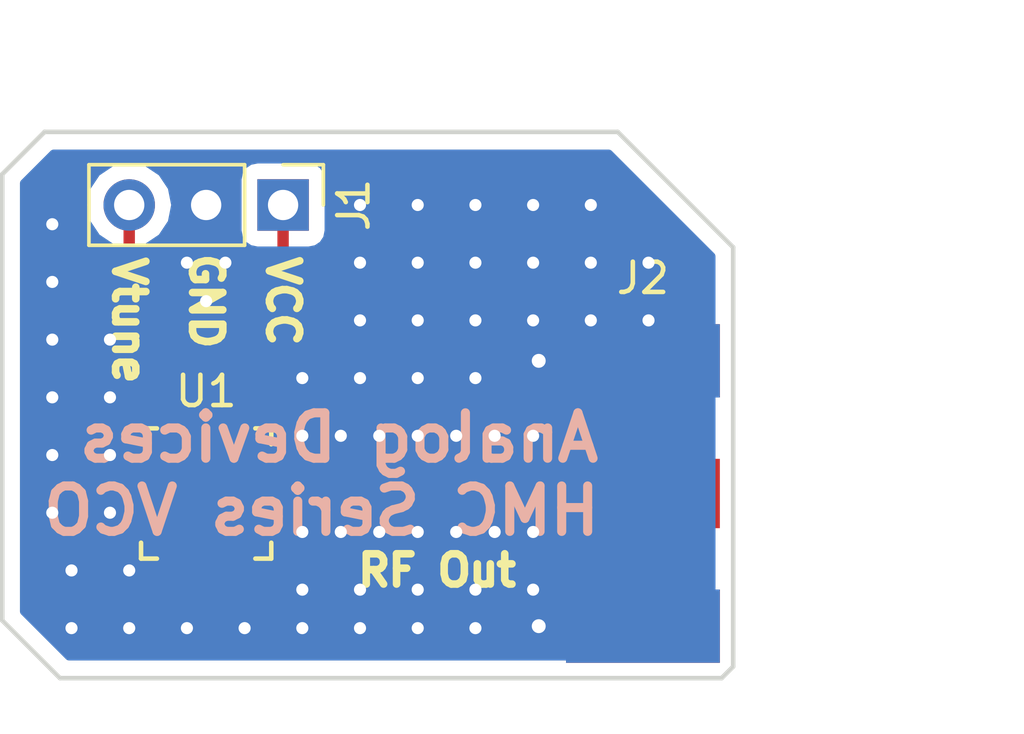
<source format=kicad_pcb>
(kicad_pcb (version 20171130) (host pcbnew "(5.0.2)-1")

  (general
    (thickness 1.6)
    (drawings 14)
    (tracks 143)
    (zones 0)
    (modules 3)
    (nets 5)
  )

  (page A4)
  (layers
    (0 F.Cu signal)
    (1 In1.Cu signal)
    (2 In2.Cu signal)
    (31 B.Cu signal)
    (32 B.Adhes user)
    (33 F.Adhes user)
    (34 B.Paste user)
    (35 F.Paste user)
    (36 B.SilkS user)
    (37 F.SilkS user)
    (38 B.Mask user)
    (39 F.Mask user hide)
    (40 Dwgs.User user)
    (41 Cmts.User user)
    (42 Eco1.User user)
    (43 Eco2.User user)
    (44 Edge.Cuts user)
    (45 Margin user)
    (46 B.CrtYd user)
    (47 F.CrtYd user)
    (48 B.Fab user)
    (49 F.Fab user)
  )

  (setup
    (last_trace_width 0.25)
    (user_trace_width 0.3756)
    (trace_clearance 0.1)
    (zone_clearance 0.508)
    (zone_45_only no)
    (trace_min 0.2)
    (segment_width 0.2)
    (edge_width 0.15)
    (via_size 0.8)
    (via_drill 0.4)
    (via_min_size 0.4)
    (via_min_drill 0.3)
    (uvia_size 0.3)
    (uvia_drill 0.1)
    (uvias_allowed no)
    (uvia_min_size 0.2)
    (uvia_min_drill 0.1)
    (pcb_text_width 0.3)
    (pcb_text_size 1.5 1.5)
    (mod_edge_width 0.15)
    (mod_text_size 1 1)
    (mod_text_width 0.15)
    (pad_size 0.85 0.3)
    (pad_drill 0)
    (pad_to_mask_clearance 0.051)
    (solder_mask_min_width 0.25)
    (aux_axis_origin 0 0)
    (visible_elements 7FFFFFFF)
    (pcbplotparams
      (layerselection 0x010fc_ffffffff)
      (usegerberextensions false)
      (usegerberattributes false)
      (usegerberadvancedattributes false)
      (creategerberjobfile false)
      (excludeedgelayer true)
      (linewidth 0.100000)
      (plotframeref false)
      (viasonmask false)
      (mode 1)
      (useauxorigin false)
      (hpglpennumber 1)
      (hpglpenspeed 20)
      (hpglpendiameter 15.000000)
      (psnegative false)
      (psa4output false)
      (plotreference true)
      (plotvalue true)
      (plotinvisibletext false)
      (padsonsilk false)
      (subtractmaskfromsilk false)
      (outputformat 1)
      (mirror false)
      (drillshape 1)
      (scaleselection 1)
      (outputdirectory ""))
  )

  (net 0 "")
  (net 1 "Net-(J1-Pad3)")
  (net 2 "Net-(J1-Pad2)")
  (net 3 "Net-(J1-Pad1)")
  (net 4 "Net-(J2-Pad1)")

  (net_class Default "This is the default net class."
    (clearance 0.1)
    (trace_width 0.25)
    (via_dia 0.8)
    (via_drill 0.4)
    (uvia_dia 0.3)
    (uvia_drill 0.1)
    (add_net "Net-(J1-Pad1)")
    (add_net "Net-(J1-Pad2)")
    (add_net "Net-(J1-Pad3)")
    (add_net "Net-(J2-Pad1)")
  )

  (module Socket_Strips:Socket_Strip_Straight_1x03_Pitch2.54mm (layer F.Cu) (tedit 58CD5446) (tstamp 5CE9FEDE)
    (at 137.795 94.615 270)
    (descr "Through hole straight socket strip, 1x03, 2.54mm pitch, single row")
    (tags "Through hole socket strip THT 1x03 2.54mm single row")
    (path /5CE983AE)
    (fp_text reference J1 (at 0 -2.33 270) (layer F.SilkS)
      (effects (font (size 1 1) (thickness 0.15)))
    )
    (fp_text value Conn_01x03_Male (at 0 7.41 270) (layer F.Fab)
      (effects (font (size 1 1) (thickness 0.15)))
    )
    (fp_text user %R (at 0 -2.33 270) (layer F.Fab)
      (effects (font (size 1 1) (thickness 0.15)))
    )
    (fp_line (start 1.8 -1.8) (end -1.8 -1.8) (layer F.CrtYd) (width 0.05))
    (fp_line (start 1.8 6.85) (end 1.8 -1.8) (layer F.CrtYd) (width 0.05))
    (fp_line (start -1.8 6.85) (end 1.8 6.85) (layer F.CrtYd) (width 0.05))
    (fp_line (start -1.8 -1.8) (end -1.8 6.85) (layer F.CrtYd) (width 0.05))
    (fp_line (start -1.33 -1.33) (end 0 -1.33) (layer F.SilkS) (width 0.12))
    (fp_line (start -1.33 0) (end -1.33 -1.33) (layer F.SilkS) (width 0.12))
    (fp_line (start 1.33 1.27) (end -1.33 1.27) (layer F.SilkS) (width 0.12))
    (fp_line (start 1.33 6.41) (end 1.33 1.27) (layer F.SilkS) (width 0.12))
    (fp_line (start -1.33 6.41) (end 1.33 6.41) (layer F.SilkS) (width 0.12))
    (fp_line (start -1.33 1.27) (end -1.33 6.41) (layer F.SilkS) (width 0.12))
    (fp_line (start 1.27 -1.27) (end -1.27 -1.27) (layer F.Fab) (width 0.1))
    (fp_line (start 1.27 6.35) (end 1.27 -1.27) (layer F.Fab) (width 0.1))
    (fp_line (start -1.27 6.35) (end 1.27 6.35) (layer F.Fab) (width 0.1))
    (fp_line (start -1.27 -1.27) (end -1.27 6.35) (layer F.Fab) (width 0.1))
    (pad 3 thru_hole oval (at 0 5.08 270) (size 1.7 1.7) (drill 1) (layers *.Cu *.Mask)
      (net 1 "Net-(J1-Pad3)"))
    (pad 2 thru_hole oval (at 0 2.54 270) (size 1.7 1.7) (drill 1) (layers *.Cu *.Mask)
      (net 2 "Net-(J1-Pad2)"))
    (pad 1 thru_hole rect (at 0 0 270) (size 1.7 1.7) (drill 1) (layers *.Cu *.Mask)
      (net 3 "Net-(J1-Pad1)"))
    (model ${KISYS3DMOD}/Socket_Strips.3dshapes/Socket_Strip_Straight_1x03_Pitch2.54mm.wrl
      (offset (xyz 0 -2.539999961853027 0))
      (scale (xyz 1 1 1))
      (rotate (xyz 0 0 270))
    )
  )

  (module Connectors_Molex:Molex_SMA_Jack_Edge_Mount (layer F.Cu) (tedit 587D2992) (tstamp 5CE9FF03)
    (at 147.955 104.14 180)
    (descr "Molex SMA Jack, Edge Mount, http://www.molex.com/pdm_docs/sd/732511150_sd.pdf")
    (tags "sma edge")
    (path /5CE9831F)
    (attr smd)
    (fp_text reference J2 (at -1.72 7.11 180) (layer F.SilkS)
      (effects (font (size 1 1) (thickness 0.15)))
    )
    (fp_text value Conn_Coaxial (at -1.72 -7.11 180) (layer F.Fab)
      (effects (font (size 1 1) (thickness 0.15)))
    )
    (fp_line (start -5.91 4.76) (end 0.49 4.76) (layer F.Fab) (width 0.1))
    (fp_line (start -5.91 -4.76) (end -5.91 4.76) (layer F.Fab) (width 0.1))
    (fp_line (start 0.49 -4.76) (end -5.91 -4.76) (layer F.Fab) (width 0.1))
    (fp_line (start -4.76 -3.75) (end -4.76 3.75) (layer F.Fab) (width 0.1))
    (fp_line (start -13.79 2.65) (end -5.91 2.65) (layer F.Fab) (width 0.1))
    (fp_line (start -13.79 -2.65) (end -13.79 2.65) (layer F.Fab) (width 0.1))
    (fp_line (start -13.79 -2.65) (end -5.91 -2.65) (layer F.Fab) (width 0.1))
    (fp_line (start -4.76 3.75) (end 0.49 3.75) (layer F.Fab) (width 0.1))
    (fp_line (start -4.76 -3.75) (end 0.49 -3.75) (layer F.Fab) (width 0.1))
    (fp_line (start 2.71 -6.09) (end -14.29 -6.09) (layer F.CrtYd) (width 0.05))
    (fp_line (start 2.71 -6.09) (end 2.71 6.09) (layer F.CrtYd) (width 0.05))
    (fp_line (start -14.29 6.09) (end 2.71 6.09) (layer B.CrtYd) (width 0.05))
    (fp_line (start -14.29 -6.09) (end -14.29 6.09) (layer B.CrtYd) (width 0.05))
    (fp_line (start -14.29 -6.09) (end 2.71 -6.09) (layer B.CrtYd) (width 0.05))
    (fp_line (start 2.71 -6.09) (end 2.71 6.09) (layer B.CrtYd) (width 0.05))
    (fp_line (start -14.29 6.09) (end 2.71 6.09) (layer F.CrtYd) (width 0.05))
    (fp_line (start -14.29 -6.09) (end -14.29 6.09) (layer F.CrtYd) (width 0.05))
    (fp_line (start 0.49 -4.76) (end 0.49 -3.75) (layer F.Fab) (width 0.1))
    (fp_line (start 0.49 3.75) (end 0.49 4.76) (layer F.Fab) (width 0.1))
    (fp_line (start 0.49 -0.38) (end 0.49 0.38) (layer F.Fab) (width 0.1))
    (fp_line (start -4.76 0.38) (end 0.49 0.38) (layer F.Fab) (width 0.1))
    (fp_line (start -4.76 -0.38) (end 0.49 -0.38) (layer F.Fab) (width 0.1))
    (pad 2 smd rect (at 1.27 4.38 180) (size 0.89 0.46) (layers B.Cu)
      (net 2 "Net-(J1-Pad2)"))
    (pad 2 smd rect (at 1.27 -4.38 180) (size 0.89 0.46) (layers B.Cu)
      (net 2 "Net-(J1-Pad2)"))
    (pad 2 smd rect (at 1.27 4.38 180) (size 0.89 0.46) (layers F.Cu)
      (net 2 "Net-(J1-Pad2)"))
    (pad 2 smd rect (at 1.27 -4.38 180) (size 0.89 0.46) (layers F.Cu)
      (net 2 "Net-(J1-Pad2)"))
    (pad 2 thru_hole circle (at 1.72 4.38 180) (size 0.97 0.97) (drill 0.46) (layers *.Cu)
      (net 2 "Net-(J1-Pad2)"))
    (pad 2 thru_hole circle (at 1.72 -4.38 180) (size 0.97 0.97) (drill 0.46) (layers *.Cu)
      (net 2 "Net-(J1-Pad2)"))
    (pad 2 smd rect (at -1.72 4.38 180) (size 5.08 2.42) (layers B.Cu B.Paste B.Mask)
      (net 2 "Net-(J1-Pad2)"))
    (pad 2 smd rect (at -1.72 -4.38 180) (size 5.08 2.42) (layers B.Cu B.Paste B.Mask)
      (net 2 "Net-(J1-Pad2)"))
    (pad 2 smd rect (at -1.72 4.38 180) (size 5.08 2.42) (layers F.Cu F.Paste F.Mask)
      (net 2 "Net-(J1-Pad2)"))
    (pad 2 smd rect (at -1.72 -4.38 180) (size 5.08 2.42) (layers F.Cu F.Paste F.Mask)
      (net 2 "Net-(J1-Pad2)"))
    (pad 1 smd rect (at -1.72 0 180) (size 5.08 2.29) (layers F.Cu F.Paste F.Mask)
      (net 4 "Net-(J2-Pad1)"))
    (model ${KISYS3DMOD}/Connectors_Molex.3dshapes/Molex_SMA_Jack_Edge_Mount.wrl
      (at (xyz 0 0 0))
      (scale (xyz 1 1 1))
      (rotate (xyz 0 0 0))
    )
  )

  (module Housings_DFN_QFN:QFN-24-1EP_4x4mm_Pitch0.5mm (layer F.Cu) (tedit 5CE986D1) (tstamp 5CEA760B)
    (at 135.255 104.14)
    (descr "24-Lead Plastic Quad Flat, No Lead Package (MJ) - 4x4x0.9 mm Body [QFN]; (see Microchip Packaging Specification 00000049BS.pdf)")
    (tags "QFN 0.5")
    (path /5CE98270)
    (attr smd)
    (fp_text reference U1 (at 0 -3.375) (layer F.SilkS)
      (effects (font (size 1 1) (thickness 0.15)))
    )
    (fp_text value HMC431 (at 0 3.375) (layer F.Fab)
      (effects (font (size 1 1) (thickness 0.15)))
    )
    (fp_line (start 2.15 -2.15) (end 1.625 -2.15) (layer F.SilkS) (width 0.15))
    (fp_line (start 2.15 2.15) (end 1.625 2.15) (layer F.SilkS) (width 0.15))
    (fp_line (start -2.15 2.15) (end -1.625 2.15) (layer F.SilkS) (width 0.15))
    (fp_line (start -2.15 -2.15) (end -1.625 -2.15) (layer F.SilkS) (width 0.15))
    (fp_line (start 2.15 2.15) (end 2.15 1.625) (layer F.SilkS) (width 0.15))
    (fp_line (start -2.15 2.15) (end -2.15 1.625) (layer F.SilkS) (width 0.15))
    (fp_line (start 2.15 -2.15) (end 2.15 -1.625) (layer F.SilkS) (width 0.15))
    (fp_line (start -2.65 2.65) (end 2.65 2.65) (layer F.CrtYd) (width 0.05))
    (fp_line (start -2.65 -2.65) (end 2.65 -2.65) (layer F.CrtYd) (width 0.05))
    (fp_line (start 2.65 -2.65) (end 2.65 2.65) (layer F.CrtYd) (width 0.05))
    (fp_line (start -2.65 -2.65) (end -2.65 2.65) (layer F.CrtYd) (width 0.05))
    (fp_line (start -2 -1) (end -1 -2) (layer F.Fab) (width 0.15))
    (fp_line (start -2 2) (end -2 -1) (layer F.Fab) (width 0.15))
    (fp_line (start 2 2) (end -2 2) (layer F.Fab) (width 0.15))
    (fp_line (start 2 -2) (end 2 2) (layer F.Fab) (width 0.15))
    (fp_line (start -1 -2) (end 2 -2) (layer F.Fab) (width 0.15))
    (pad 25 smd rect (at -0.65 -0.65) (size 1.3 1.3) (layers F.Cu F.Paste F.Mask)
      (net 2 "Net-(J1-Pad2)") (solder_paste_margin_ratio -0.2))
    (pad 25 smd rect (at -0.65 0.65) (size 1.3 1.3) (layers F.Cu F.Paste F.Mask)
      (net 2 "Net-(J1-Pad2)") (solder_paste_margin_ratio -0.2))
    (pad 25 smd rect (at 0.65 -0.65) (size 1.3 1.3) (layers F.Cu F.Paste F.Mask)
      (net 2 "Net-(J1-Pad2)") (solder_paste_margin_ratio -0.2))
    (pad 25 smd rect (at 0.65 0.65) (size 1.3 1.3) (layers F.Cu F.Paste F.Mask)
      (net 2 "Net-(J1-Pad2)") (solder_paste_margin_ratio -0.2))
    (pad 24 smd rect (at -1.25 -1.95 90) (size 0.85 0.3) (layers F.Cu F.Paste F.Mask)
      (net 2 "Net-(J1-Pad2)"))
    (pad 23 smd rect (at -0.75 -1.95 90) (size 0.85 0.3) (layers F.Cu F.Paste F.Mask)
      (net 2 "Net-(J1-Pad2)"))
    (pad 22 smd rect (at -0.25 -1.95 90) (size 0.85 0.3) (layers F.Cu F.Paste F.Mask)
      (net 1 "Net-(J1-Pad3)"))
    (pad 21 smd rect (at 0.25 -1.95 90) (size 0.85 0.3) (layers F.Cu F.Paste F.Mask)
      (net 2 "Net-(J1-Pad2)"))
    (pad 20 smd rect (at 0.75 -1.95 90) (size 0.85 0.3) (layers F.Cu F.Paste F.Mask)
      (net 3 "Net-(J1-Pad1)"))
    (pad 19 smd rect (at 1.25 -1.95 90) (size 0.85 0.3) (layers F.Cu F.Paste F.Mask)
      (net 2 "Net-(J1-Pad2)"))
    (pad 18 smd rect (at 1.95 -1.25) (size 0.85 0.3) (layers F.Cu F.Paste F.Mask)
      (net 2 "Net-(J1-Pad2)"))
    (pad 17 smd rect (at 1.95 -0.75) (size 0.85 0.3) (layers F.Cu F.Paste F.Mask)
      (net 2 "Net-(J1-Pad2)"))
    (pad 16 smd rect (at 1.95 -0.25) (size 0.85 0.3) (layers F.Cu F.Paste F.Mask)
      (net 4 "Net-(J2-Pad1)"))
    (pad 15 smd rect (at 1.95 0.25) (size 0.85 0.3) (layers F.Cu F.Paste F.Mask)
      (net 2 "Net-(J1-Pad2)"))
    (pad 14 smd rect (at 1.95 0.75) (size 0.85 0.3) (layers F.Cu F.Paste F.Mask)
      (net 2 "Net-(J1-Pad2)"))
    (pad 13 smd rect (at 1.95 1.25) (size 0.85 0.3) (layers F.Cu F.Paste F.Mask)
      (net 2 "Net-(J1-Pad2)"))
    (pad 12 smd rect (at 1.25 1.95 90) (size 0.85 0.3) (layers F.Cu F.Paste F.Mask)
      (net 2 "Net-(J1-Pad2)"))
    (pad 11 smd rect (at 0.75 1.95 90) (size 0.85 0.3) (layers F.Cu F.Paste F.Mask)
      (net 2 "Net-(J1-Pad2)"))
    (pad 10 smd rect (at 0.25 1.95 90) (size 0.85 0.3) (layers F.Cu F.Paste F.Mask)
      (net 2 "Net-(J1-Pad2)"))
    (pad 9 smd rect (at -0.25 1.95 90) (size 0.85 0.3) (layers F.Cu F.Paste F.Mask)
      (net 2 "Net-(J1-Pad2)"))
    (pad 8 smd rect (at -0.75 1.95 90) (size 0.85 0.3) (layers F.Cu F.Paste F.Mask)
      (net 2 "Net-(J1-Pad2)"))
    (pad 7 smd rect (at -1.25 1.95 90) (size 0.85 0.3) (layers F.Cu F.Paste F.Mask)
      (net 2 "Net-(J1-Pad2)"))
    (pad 6 smd rect (at -1.95 1.25) (size 0.85 0.3) (layers F.Cu F.Paste F.Mask)
      (net 2 "Net-(J1-Pad2)"))
    (pad 5 smd rect (at -1.95 0.75) (size 0.85 0.3) (layers F.Cu F.Paste F.Mask)
      (net 2 "Net-(J1-Pad2)"))
    (pad 4 smd rect (at -1.95 0.25) (size 0.85 0.3) (layers F.Cu F.Paste F.Mask)
      (net 2 "Net-(J1-Pad2)"))
    (pad 3 smd rect (at -1.95 -0.25) (size 0.85 0.3) (layers F.Cu F.Paste F.Mask)
      (net 2 "Net-(J1-Pad2)"))
    (pad 2 smd rect (at -1.95 -0.75) (size 0.85 0.3) (layers F.Cu F.Paste F.Mask)
      (net 2 "Net-(J1-Pad2)"))
    (pad 1 smd rect (at -1.95 -1.25) (size 0.85 0.3) (layers F.Cu F.Paste F.Mask)
      (net 2 "Net-(J1-Pad2)"))
    (model ${KISYS3DMOD}/Housings_DFN_QFN.3dshapes/QFN-24-1EP_4x4mm_Pitch0.5mm.wrl
      (at (xyz 0 0 0))
      (scale (xyz 1 1 1))
      (rotate (xyz 0 0 0))
    )
  )

  (gr_text "RF Out" (at 142.875 106.68) (layer F.SilkS)
    (effects (font (size 1 1) (thickness 0.25)))
  )
  (gr_text "Vtune\n" (at 132.715 98.425 270) (layer F.SilkS)
    (effects (font (size 1 1) (thickness 0.25)))
  )
  (gr_text "GND\n" (at 135.255 97.79 270) (layer F.SilkS)
    (effects (font (size 1 1) (thickness 0.25)))
  )
  (gr_text VCC (at 137.795 97.79 270) (layer F.SilkS)
    (effects (font (size 1 1) (thickness 0.25)))
  )
  (gr_text "Analog Devices \nHMC Series VCO" (at 139.065 103.505) (layer B.SilkS)
    (effects (font (size 1.5 1.5) (thickness 0.3)) (justify mirror))
  )
  (gr_line (start 130.429 110.236) (end 130.175 109.982) (layer Edge.Cuts) (width 0.15))
  (gr_line (start 152.273 110.236) (end 130.429 110.236) (layer Edge.Cuts) (width 0.15))
  (gr_line (start 152.654 109.855) (end 152.273 110.236) (layer Edge.Cuts) (width 0.15))
  (gr_line (start 128.524 108.331) (end 130.175 109.982) (layer Edge.Cuts) (width 0.15))
  (gr_line (start 128.524 93.599) (end 128.524 108.331) (layer Edge.Cuts) (width 0.15))
  (gr_line (start 129.921 92.202) (end 128.524 93.599) (layer Edge.Cuts) (width 0.15))
  (gr_line (start 148.844 92.202) (end 129.921 92.202) (layer Edge.Cuts) (width 0.15))
  (gr_line (start 152.654 96.012) (end 148.844 92.202) (layer Edge.Cuts) (width 0.15))
  (gr_line (start 152.654 109.855) (end 152.654 96.012) (layer Edge.Cuts) (width 0.15))

  (segment (start 132.715 94.615) (end 132.715 97.409) (width 0.3756) (layer F.Cu) (net 1))
  (segment (start 135.005 99.699) (end 135.005 102.19) (width 0.3756) (layer F.Cu) (net 1))
  (segment (start 132.715 97.409) (end 135.005 99.699) (width 0.3756) (layer F.Cu) (net 1))
  (segment (start 137.541 101.473) (end 137.414 101.473) (width 0.3756) (layer F.Cu) (net 2))
  (segment (start 137.205 102.89) (end 137.205 103.39) (width 0.3756) (layer F.Cu) (net 2))
  (segment (start 135.905 103.49) (end 136.005 103.39) (width 0.3756) (layer F.Cu) (net 2))
  (segment (start 137.205 104.89) (end 137.205 104.39) (width 0.3756) (layer F.Cu) (net 2))
  (segment (start 137.205 104.39) (end 136.91 104.39) (width 0.3756) (layer F.Cu) (net 2))
  (segment (start 137.205 104.39) (end 137.037 104.39) (width 0.3756) (layer F.Cu) (net 2))
  (segment (start 137.205 104.39) (end 136.529 104.39) (width 0.3756) (layer F.Cu) (net 2))
  (segment (start 137.0306 102.19) (end 137.1126 102.108) (width 0.3756) (layer F.Cu) (net 2))
  (segment (start 136.505 102.19) (end 137.0306 102.19) (width 0.3756) (layer F.Cu) (net 2))
  (segment (start 135.505 103.09) (end 135.905 103.49) (width 0.3756) (layer F.Cu) (net 2))
  (segment (start 135.505 102.19) (end 135.505 103.09) (width 0.3756) (layer F.Cu) (net 2))
  (segment (start 134.005 102.19) (end 134.505 102.19) (width 0.3756) (layer F.Cu) (net 2))
  (segment (start 134.505 103.39) (end 134.605 103.49) (width 0.3756) (layer F.Cu) (net 2))
  (segment (start 134.505 102.19) (end 134.505 103.39) (width 0.3756) (layer F.Cu) (net 2))
  (segment (start 137.205 102.89) (end 136.886 102.89) (width 0.3756) (layer F.Cu) (net 2))
  (segment (start 136.505 102.89) (end 135.905 103.49) (width 0.3756) (layer F.Cu) (net 2))
  (segment (start 137.025 102.89) (end 136.525 103.39) (width 0.3756) (layer F.Cu) (net 2))
  (segment (start 137.205 102.89) (end 137.025 102.89) (width 0.3756) (layer F.Cu) (net 2))
  (segment (start 136.005 103.39) (end 136.525 103.39) (width 0.3756) (layer F.Cu) (net 2))
  (segment (start 137.205 103.218) (end 137.033 103.39) (width 0.3756) (layer F.Cu) (net 2))
  (segment (start 137.205 102.89) (end 137.205 103.218) (width 0.3756) (layer F.Cu) (net 2))
  (segment (start 136.525 103.39) (end 137.033 103.39) (width 0.3756) (layer F.Cu) (net 2))
  (segment (start 137.033 103.39) (end 137.205 103.39) (width 0.3756) (layer F.Cu) (net 2))
  (segment (start 137.0306 102.19) (end 136.931 102.19) (width 0.3756) (layer F.Cu) (net 2))
  (segment (start 136.505 102.19) (end 136.505 102.616) (width 0.3756) (layer F.Cu) (net 2))
  (segment (start 136.505 102.616) (end 136.505 102.89) (width 0.3756) (layer F.Cu) (net 2))
  (segment (start 136.759 102.87) (end 136.779 102.89) (width 0.3756) (layer F.Cu) (net 2))
  (segment (start 136.759 102.362) (end 136.759 102.87) (width 0.3756) (layer F.Cu) (net 2))
  (segment (start 136.779 102.89) (end 136.505 102.89) (width 0.3756) (layer F.Cu) (net 2))
  (segment (start 137.205 102.89) (end 136.779 102.89) (width 0.3756) (layer F.Cu) (net 2))
  (segment (start 136.759 102.362) (end 136.505 102.616) (width 0.3756) (layer F.Cu) (net 2))
  (segment (start 136.931 102.19) (end 136.759 102.362) (width 0.3756) (layer F.Cu) (net 2))
  (segment (start 137.205 104.39) (end 137.164 104.39) (width 0.3756) (layer F.Cu) (net 2))
  (segment (start 136.383 104.79) (end 135.905 104.79) (width 0.3756) (layer F.Cu) (net 2))
  (segment (start 136.783 104.39) (end 136.383 104.79) (width 0.3756) (layer F.Cu) (net 2))
  (segment (start 137.205 104.39) (end 136.783 104.39) (width 0.3756) (layer F.Cu) (net 2))
  (segment (start 137.164 104.39) (end 136.779 104.775) (width 0.3756) (layer F.Cu) (net 2))
  (segment (start 137.205 104.8644) (end 137.205 105.39) (width 0.3756) (layer F.Cu) (net 2))
  (segment (start 137.1156 104.775) (end 137.205 104.8644) (width 0.3756) (layer F.Cu) (net 2))
  (segment (start 136.779 104.775) (end 137.1156 104.775) (width 0.3756) (layer F.Cu) (net 2))
  (segment (start 136.505 102.001) (end 136.652 101.854) (width 0.3756) (layer F.Cu) (net 2))
  (segment (start 136.505 102.19) (end 136.57 102.19) (width 0.3756) (layer F.Cu) (net 2))
  (segment (start 136.505 102.19) (end 136.697 102.19) (width 0.3756) (layer F.Cu) (net 2))
  (segment (start 136.697 102.698) (end 135.905 103.49) (width 0.3756) (layer F.Cu) (net 2))
  (segment (start 136.697 102.19) (end 137.254609 101.632391) (width 0.3756) (layer F.Cu) (net 2))
  (segment (start 137.254609 101.632391) (end 136.697 102.698) (width 0.3756) (layer F.Cu) (net 2))
  (segment (start 133.58 102.89) (end 133.305 102.89) (width 0.3756) (layer F.Cu) (net 2))
  (segment (start 134.12 102.35) (end 133.58 102.89) (width 0.3756) (layer F.Cu) (net 2))
  (segment (start 134.505 102.35) (end 134.12 102.35) (width 0.3756) (layer F.Cu) (net 2))
  (segment (start 134.505 102.35) (end 134.239 102.616) (width 0.3756) (layer F.Cu) (net 2))
  (segment (start 134.505 102.19) (end 134.505 102.35) (width 0.3756) (layer F.Cu) (net 2))
  (segment (start 134.239 102.616) (end 133.858 102.997) (width 0.3756) (layer F.Cu) (net 2))
  (segment (start 134.239 103.124) (end 134.605 103.49) (width 0.3756) (layer F.Cu) (net 2))
  (segment (start 134.239 102.616) (end 134.239 103.124) (width 0.3756) (layer F.Cu) (net 2))
  (segment (start 136.505 102.19) (end 136.505 102.001) (width 0.3756) (layer F.Cu) (net 2))
  (segment (start 136.873609 101.632391) (end 137.254609 101.632391) (width 0.3756) (layer F.Cu) (net 2))
  (segment (start 136.505 102.001) (end 136.873609 101.632391) (width 0.3756) (layer F.Cu) (net 2))
  (segment (start 137.205 104.39) (end 137.664 104.39) (width 0.3756) (layer F.Cu) (net 2))
  (segment (start 137.664 104.39) (end 137.668 104.394) (width 0.3756) (layer F.Cu) (net 2))
  (segment (start 137.553 105.39) (end 137.205 105.39) (width 0.3756) (layer F.Cu) (net 2))
  (segment (start 137.664 105.279) (end 137.553 105.39) (width 0.3756) (layer F.Cu) (net 2))
  (segment (start 137.279 104.39) (end 137.664 104.775) (width 0.3756) (layer F.Cu) (net 2))
  (segment (start 137.205 104.39) (end 137.279 104.39) (width 0.3756) (layer F.Cu) (net 2))
  (segment (start 137.664 104.39) (end 137.664 104.775) (width 0.3756) (layer F.Cu) (net 2))
  (segment (start 137.664 104.775) (end 137.664 105.279) (width 0.3756) (layer F.Cu) (net 2))
  (segment (start 137.205 103.39) (end 137.656 103.39) (width 0.3756) (layer F.Cu) (net 2))
  (segment (start 137.656 102.985) (end 137.541 102.87) (width 0.3756) (layer F.Cu) (net 2))
  (segment (start 137.541 102.87) (end 137.541 101.473) (width 0.3756) (layer F.Cu) (net 2))
  (segment (start 137.562 103.218) (end 137.656 103.124) (width 0.3756) (layer F.Cu) (net 2))
  (segment (start 137.205 103.218) (end 137.562 103.218) (width 0.3756) (layer F.Cu) (net 2))
  (segment (start 137.656 103.39) (end 137.656 103.124) (width 0.3756) (layer F.Cu) (net 2))
  (segment (start 137.656 103.124) (end 137.656 102.985) (width 0.3756) (layer F.Cu) (net 2))
  (via (at 140.335 94.615) (size 0.8) (drill 0.4) (layers F.Cu B.Cu) (net 2))
  (via (at 142.24 94.615) (size 0.8) (drill 0.4) (layers F.Cu B.Cu) (net 2))
  (via (at 144.145 94.615) (size 0.8) (drill 0.4) (layers F.Cu B.Cu) (net 2))
  (via (at 146.05 94.615) (size 0.8) (drill 0.4) (layers F.Cu B.Cu) (net 2))
  (via (at 147.955 94.615) (size 0.8) (drill 0.4) (layers F.Cu B.Cu) (net 2))
  (via (at 147.955 96.52) (size 0.8) (drill 0.4) (layers F.Cu B.Cu) (net 2))
  (via (at 146.05 96.52) (size 0.8) (drill 0.4) (layers F.Cu B.Cu) (net 2))
  (via (at 144.145 96.52) (size 0.8) (drill 0.4) (layers F.Cu B.Cu) (net 2))
  (via (at 142.24 96.52) (size 0.8) (drill 0.4) (layers F.Cu B.Cu) (net 2))
  (via (at 140.335 96.52) (size 0.8) (drill 0.4) (layers F.Cu B.Cu) (net 2))
  (via (at 140.335 98.425) (size 0.8) (drill 0.4) (layers F.Cu B.Cu) (net 2))
  (via (at 142.24 98.425) (size 0.8) (drill 0.4) (layers F.Cu B.Cu) (net 2))
  (via (at 144.145 98.425) (size 0.8) (drill 0.4) (layers F.Cu B.Cu) (net 2))
  (via (at 146.05 98.425) (size 0.8) (drill 0.4) (layers F.Cu B.Cu) (net 2))
  (via (at 147.955 98.425) (size 0.8) (drill 0.4) (layers F.Cu B.Cu) (net 2))
  (via (at 149.86 96.52) (size 0.8) (drill 0.4) (layers F.Cu B.Cu) (net 2))
  (via (at 149.86 98.425) (size 0.8) (drill 0.4) (layers F.Cu B.Cu) (net 2))
  (via (at 140.335 100.33) (size 0.8) (drill 0.4) (layers F.Cu B.Cu) (net 2))
  (via (at 138.43 100.33) (size 0.8) (drill 0.4) (layers F.Cu B.Cu) (net 2))
  (via (at 142.24 100.33) (size 0.8) (drill 0.4) (layers F.Cu B.Cu) (net 2))
  (via (at 144.145 100.33) (size 0.8) (drill 0.4) (layers F.Cu B.Cu) (net 2))
  (via (at 146.05 102.235) (size 0.8) (drill 0.4) (layers F.Cu B.Cu) (net 2))
  (via (at 144.78 102.235) (size 0.8) (drill 0.4) (layers F.Cu B.Cu) (net 2))
  (via (at 143.51 102.235) (size 0.8) (drill 0.4) (layers F.Cu B.Cu) (net 2))
  (via (at 142.24 102.235) (size 0.8) (drill 0.4) (layers F.Cu B.Cu) (net 2))
  (via (at 140.97 102.235) (size 0.8) (drill 0.4) (layers F.Cu B.Cu) (net 2))
  (via (at 139.7 102.235) (size 0.8) (drill 0.4) (layers F.Cu B.Cu) (net 2))
  (via (at 138.43 102.235) (size 0.8) (drill 0.4) (layers F.Cu B.Cu) (net 2))
  (via (at 134.62 96.52) (size 0.8) (drill 0.4) (layers F.Cu B.Cu) (net 2))
  (via (at 135.89 96.52) (size 0.8) (drill 0.4) (layers F.Cu B.Cu) (net 2))
  (via (at 135.255 97.79) (size 0.8) (drill 0.4) (layers F.Cu B.Cu) (net 2))
  (via (at 138.43 105.41) (size 0.8) (drill 0.4) (layers F.Cu B.Cu) (net 2))
  (via (at 139.7 105.41) (size 0.8) (drill 0.4) (layers F.Cu B.Cu) (net 2))
  (via (at 140.97 105.41) (size 0.8) (drill 0.4) (layers F.Cu B.Cu) (net 2))
  (via (at 142.24 105.41) (size 0.8) (drill 0.4) (layers F.Cu B.Cu) (net 2))
  (via (at 143.51 105.41) (size 0.8) (drill 0.4) (layers F.Cu B.Cu) (net 2))
  (via (at 144.78 105.41) (size 0.8) (drill 0.4) (layers F.Cu B.Cu) (net 2))
  (via (at 146.05 105.41) (size 0.8) (drill 0.4) (layers F.Cu B.Cu) (net 2))
  (via (at 138.43 107.315) (size 0.8) (drill 0.4) (layers F.Cu B.Cu) (net 2))
  (via (at 140.335 107.315) (size 0.8) (drill 0.4) (layers F.Cu B.Cu) (net 2))
  (via (at 142.24 107.315) (size 0.8) (drill 0.4) (layers F.Cu B.Cu) (net 2))
  (via (at 144.145 107.315) (size 0.8) (drill 0.4) (layers F.Cu B.Cu) (net 2))
  (via (at 146.05 107.315) (size 0.8) (drill 0.4) (layers F.Cu B.Cu) (net 2))
  (via (at 136.525 108.585) (size 0.8) (drill 0.4) (layers F.Cu B.Cu) (net 2))
  (via (at 134.62 108.585) (size 0.8) (drill 0.4) (layers F.Cu B.Cu) (net 2))
  (via (at 132.715 108.585) (size 0.8) (drill 0.4) (layers F.Cu B.Cu) (net 2))
  (via (at 130.81 108.585) (size 0.8) (drill 0.4) (layers F.Cu B.Cu) (net 2))
  (via (at 130.81 106.68) (size 0.8) (drill 0.4) (layers F.Cu B.Cu) (net 2))
  (via (at 132.715 106.68) (size 0.8) (drill 0.4) (layers F.Cu B.Cu) (net 2))
  (via (at 130.175 104.775) (size 0.8) (drill 0.4) (layers F.Cu B.Cu) (net 2))
  (via (at 132.08 104.775) (size 0.8) (drill 0.4) (layers F.Cu B.Cu) (net 2))
  (via (at 132.08 102.87) (size 0.8) (drill 0.4) (layers F.Cu B.Cu) (net 2))
  (via (at 130.175 102.87) (size 0.8) (drill 0.4) (layers F.Cu B.Cu) (net 2))
  (via (at 130.175 100.965) (size 0.8) (drill 0.4) (layers F.Cu B.Cu) (net 2))
  (via (at 132.08 100.965) (size 0.8) (drill 0.4) (layers F.Cu B.Cu) (net 2))
  (via (at 132.08 99.06) (size 0.8) (drill 0.4) (layers F.Cu B.Cu) (net 2))
  (via (at 130.175 99.06) (size 0.8) (drill 0.4) (layers F.Cu B.Cu) (net 2))
  (via (at 130.175 97.155) (size 0.8) (drill 0.4) (layers F.Cu B.Cu) (net 2))
  (via (at 130.175 95.25) (size 0.8) (drill 0.4) (layers F.Cu B.Cu) (net 2))
  (via (at 140.335 108.585) (size 0.8) (drill 0.4) (layers F.Cu B.Cu) (net 2))
  (via (at 138.43 108.585) (size 0.8) (drill 0.4) (layers F.Cu B.Cu) (net 2))
  (via (at 142.24 108.585) (size 0.8) (drill 0.4) (layers F.Cu B.Cu) (net 2))
  (via (at 144.145 108.585) (size 0.8) (drill 0.4) (layers F.Cu B.Cu) (net 2))
  (segment (start 137.795 94.615) (end 137.795 98.171) (width 0.3756) (layer F.Cu) (net 3))
  (segment (start 136.005 99.961) (end 136.005 102.19) (width 0.3756) (layer F.Cu) (net 3))
  (segment (start 137.795 98.171) (end 136.005 99.961) (width 0.3756) (layer F.Cu) (net 3))
  (segment (start 149.425 103.89) (end 149.675 104.14) (width 0.3756) (layer F.Cu) (net 4))
  (segment (start 137.205 103.89) (end 149.425 103.89) (width 0.3756) (layer F.Cu) (net 4))

  (zone (net 2) (net_name "Net-(J1-Pad2)") (layer F.Cu) (tstamp 0) (hatch edge 0.508)
    (connect_pads yes (clearance 0.6))
    (min_thickness 0.254)
    (fill yes (arc_segments 16) (thermal_gap 0.508) (thermal_bridge_width 0.508))
    (polygon
      (pts
        (xy 130.429 110.236) (xy 152.273 110.236) (xy 152.654 109.855) (xy 152.654 96.012) (xy 148.844 92.202)
        (xy 129.921 92.202) (xy 128.524 93.599) (xy 128.524 108.331)
      )
    )
    (filled_polygon
      (pts
        (xy 151.852001 96.3442) (xy 151.852001 102.253758) (xy 147.135 102.253758) (xy 146.851339 102.310182) (xy 146.610863 102.470863)
        (xy 146.450182 102.711339) (xy 146.397696 102.9752) (xy 137.114905 102.9752) (xy 136.996471 102.998758) (xy 136.78 102.998758)
        (xy 136.771852 103.000379) (xy 136.839818 102.898661) (xy 136.896242 102.615) (xy 136.896242 102.398529) (xy 136.9198 102.280095)
        (xy 136.9198 100.339922) (xy 138.378154 98.881568) (xy 138.454533 98.830533) (xy 138.656722 98.527937) (xy 138.7098 98.261095)
        (xy 138.7098 98.261091) (xy 138.72772 98.171001) (xy 138.7098 98.080911) (xy 138.7098 96.193352) (xy 138.928661 96.149818)
        (xy 139.169137 95.989137) (xy 139.329818 95.748661) (xy 139.386242 95.465) (xy 139.386242 93.765) (xy 139.329818 93.481339)
        (xy 139.169137 93.240863) (xy 138.928661 93.080182) (xy 138.645 93.023758) (xy 136.945 93.023758) (xy 136.661339 93.080182)
        (xy 136.420863 93.240863) (xy 136.260182 93.481339) (xy 136.203758 93.765) (xy 136.203758 95.465) (xy 136.260182 95.748661)
        (xy 136.420863 95.989137) (xy 136.661339 96.149818) (xy 136.8802 96.193352) (xy 136.880201 97.792077) (xy 135.645517 99.026761)
        (xy 135.588157 98.988434) (xy 133.6298 97.030078) (xy 133.6298 95.900391) (xy 133.851953 95.751953) (xy 134.200501 95.230315)
        (xy 134.322895 94.615) (xy 134.200501 93.999685) (xy 133.851953 93.478047) (xy 133.330315 93.129499) (xy 132.870319 93.038)
        (xy 132.559681 93.038) (xy 132.099685 93.129499) (xy 131.578047 93.478047) (xy 131.229499 93.999685) (xy 131.107105 94.615)
        (xy 131.229499 95.230315) (xy 131.578047 95.751953) (xy 131.8002 95.900391) (xy 131.800201 97.318904) (xy 131.78228 97.409)
        (xy 131.853278 97.765936) (xy 132.004432 97.992154) (xy 132.004435 97.992157) (xy 132.055468 98.068533) (xy 132.131844 98.119566)
        (xy 134.0902 100.077923) (xy 134.090201 102.280095) (xy 134.113758 102.398524) (xy 134.113758 102.615) (xy 134.170182 102.898661)
        (xy 134.330863 103.139137) (xy 134.571339 103.299818) (xy 134.855 103.356242) (xy 135.155 103.356242) (xy 135.438661 103.299818)
        (xy 135.505 103.255492) (xy 135.571339 103.299818) (xy 135.855 103.356242) (xy 136.155 103.356242) (xy 136.163148 103.354621)
        (xy 136.095182 103.456339) (xy 136.038758 103.74) (xy 136.038758 104.04) (xy 136.095182 104.323661) (xy 136.255863 104.564137)
        (xy 136.496339 104.724818) (xy 136.78 104.781242) (xy 136.996471 104.781242) (xy 137.114905 104.8048) (xy 146.393758 104.8048)
        (xy 146.393758 105.285) (xy 146.450182 105.568661) (xy 146.610863 105.809137) (xy 146.851339 105.969818) (xy 147.135 106.026242)
        (xy 151.852 106.026242) (xy 151.852 109.434) (xy 130.761199 109.434) (xy 129.326 107.998802) (xy 129.326 93.931198)
        (xy 130.2532 93.004) (xy 148.511802 93.004)
      )
    )
  )
  (zone (net 0) (net_name "") (layer F.Mask) (tstamp 0) (hatch edge 0.508)
    (connect_pads (clearance 0.508))
    (min_thickness 0.254)
    (fill yes (arc_segments 16) (thermal_gap 0.508) (thermal_bridge_width 0.508))
    (polygon
      (pts
        (xy 136.652 103.632) (xy 137.795 103.632) (xy 137.795 103.124) (xy 146.431 103.124) (xy 146.558 102.997)
        (xy 146.558 102.87) (xy 146.685 102.616) (xy 146.939 102.489) (xy 147.193 102.489) (xy 152.654 102.489)
        (xy 152.654 105.791) (xy 146.939 105.791) (xy 146.685 105.664) (xy 146.558 105.41) (xy 146.558 104.648)
        (xy 137.795 104.648) (xy 137.795 104.14) (xy 136.652 104.14)
      )
    )
    (filled_polygon
      (pts
        (xy 152.527 105.664) (xy 146.96898 105.664) (xy 146.77966 105.56934) (xy 146.685 105.38002) (xy 146.685 104.648)
        (xy 146.675333 104.599399) (xy 146.647803 104.558197) (xy 146.606601 104.530667) (xy 146.558 104.521) (xy 137.922 104.521)
        (xy 137.922 104.14) (xy 137.912333 104.091399) (xy 137.884803 104.050197) (xy 137.843601 104.022667) (xy 137.795 104.013)
        (xy 136.779 104.013) (xy 136.779 103.759) (xy 137.795 103.759) (xy 137.843601 103.749333) (xy 137.884803 103.721803)
        (xy 137.912333 103.680601) (xy 137.922 103.632) (xy 137.922 103.251) (xy 146.431 103.251) (xy 146.479601 103.241333)
        (xy 146.520803 103.213803) (xy 146.647803 103.086803) (xy 146.675333 103.045601) (xy 146.685 102.997) (xy 146.685 102.89998)
        (xy 146.77966 102.71066) (xy 146.96898 102.616) (xy 152.527 102.616)
      )
    )
  )
  (zone (net 2) (net_name "Net-(J1-Pad2)") (layer In1.Cu) (tstamp 0) (hatch edge 0.508)
    (connect_pads yes (clearance 0.508))
    (min_thickness 0.254)
    (fill yes (arc_segments 16) (thermal_gap 0.508) (thermal_bridge_width 0.508))
    (polygon
      (pts
        (xy 130.429 110.236) (xy 152.273 110.236) (xy 152.654 109.855) (xy 152.654 96.012) (xy 148.844 92.202)
        (xy 129.921 92.202) (xy 128.524 93.599) (xy 128.524 108.331)
      )
    )
    (filled_polygon
      (pts
        (xy 151.944001 96.306093) (xy 151.944 109.526) (xy 130.723092 109.526) (xy 129.234 108.03691) (xy 129.234 94.615)
        (xy 131.200908 94.615) (xy 131.316161 95.194418) (xy 131.644375 95.685625) (xy 132.135582 96.013839) (xy 132.568744 96.1)
        (xy 132.861256 96.1) (xy 133.294418 96.013839) (xy 133.785625 95.685625) (xy 134.113839 95.194418) (xy 134.229092 94.615)
        (xy 134.113839 94.035582) (xy 133.933042 93.765) (xy 136.29756 93.765) (xy 136.29756 95.465) (xy 136.346843 95.712765)
        (xy 136.487191 95.922809) (xy 136.697235 96.063157) (xy 136.945 96.11244) (xy 138.645 96.11244) (xy 138.892765 96.063157)
        (xy 139.102809 95.922809) (xy 139.243157 95.712765) (xy 139.29244 95.465) (xy 139.29244 93.765) (xy 139.243157 93.517235)
        (xy 139.102809 93.307191) (xy 138.892765 93.166843) (xy 138.645 93.11756) (xy 136.945 93.11756) (xy 136.697235 93.166843)
        (xy 136.487191 93.307191) (xy 136.346843 93.517235) (xy 136.29756 93.765) (xy 133.933042 93.765) (xy 133.785625 93.544375)
        (xy 133.294418 93.216161) (xy 132.861256 93.13) (xy 132.568744 93.13) (xy 132.135582 93.216161) (xy 131.644375 93.544375)
        (xy 131.316161 94.035582) (xy 131.200908 94.615) (xy 129.234 94.615) (xy 129.234 93.89309) (xy 130.215091 92.912)
        (xy 148.54991 92.912)
      )
    )
  )
  (zone (net 2) (net_name "Net-(J1-Pad2)") (layer In2.Cu) (tstamp 0) (hatch edge 0.508)
    (connect_pads yes (clearance 0.508))
    (min_thickness 0.254)
    (fill yes (arc_segments 16) (thermal_gap 0.508) (thermal_bridge_width 0.508))
    (polygon
      (pts
        (xy 129.921 92.202) (xy 148.844 92.202) (xy 152.654 96.012) (xy 152.654 109.855) (xy 152.273 110.236)
        (xy 130.429 110.236) (xy 128.524 108.331) (xy 128.524 93.599)
      )
    )
    (filled_polygon
      (pts
        (xy 151.944001 96.306093) (xy 151.944 109.526) (xy 130.723092 109.526) (xy 129.234 108.03691) (xy 129.234 94.615)
        (xy 131.200908 94.615) (xy 131.316161 95.194418) (xy 131.644375 95.685625) (xy 132.135582 96.013839) (xy 132.568744 96.1)
        (xy 132.861256 96.1) (xy 133.294418 96.013839) (xy 133.785625 95.685625) (xy 134.113839 95.194418) (xy 134.229092 94.615)
        (xy 134.113839 94.035582) (xy 133.933042 93.765) (xy 136.29756 93.765) (xy 136.29756 95.465) (xy 136.346843 95.712765)
        (xy 136.487191 95.922809) (xy 136.697235 96.063157) (xy 136.945 96.11244) (xy 138.645 96.11244) (xy 138.892765 96.063157)
        (xy 139.102809 95.922809) (xy 139.243157 95.712765) (xy 139.29244 95.465) (xy 139.29244 93.765) (xy 139.243157 93.517235)
        (xy 139.102809 93.307191) (xy 138.892765 93.166843) (xy 138.645 93.11756) (xy 136.945 93.11756) (xy 136.697235 93.166843)
        (xy 136.487191 93.307191) (xy 136.346843 93.517235) (xy 136.29756 93.765) (xy 133.933042 93.765) (xy 133.785625 93.544375)
        (xy 133.294418 93.216161) (xy 132.861256 93.13) (xy 132.568744 93.13) (xy 132.135582 93.216161) (xy 131.644375 93.544375)
        (xy 131.316161 94.035582) (xy 131.200908 94.615) (xy 129.234 94.615) (xy 129.234 93.89309) (xy 130.215091 92.912)
        (xy 148.54991 92.912)
      )
    )
  )
  (zone (net 2) (net_name "Net-(J1-Pad2)") (layer B.Cu) (tstamp 0) (hatch edge 0.508)
    (connect_pads yes (clearance 0.508))
    (min_thickness 0.254)
    (fill yes (arc_segments 16) (thermal_gap 0.508) (thermal_bridge_width 0.508))
    (polygon
      (pts
        (xy 129.921 92.202) (xy 148.844 92.202) (xy 152.654 96.012) (xy 152.654 109.855) (xy 152.273 110.236)
        (xy 130.429 110.236) (xy 128.524 108.331) (xy 128.524 93.599)
      )
    )
    (filled_polygon
      (pts
        (xy 151.944001 96.306093) (xy 151.944 109.526) (xy 130.723092 109.526) (xy 129.234 108.03691) (xy 129.234 94.615)
        (xy 131.200908 94.615) (xy 131.316161 95.194418) (xy 131.644375 95.685625) (xy 132.135582 96.013839) (xy 132.568744 96.1)
        (xy 132.861256 96.1) (xy 133.294418 96.013839) (xy 133.785625 95.685625) (xy 134.113839 95.194418) (xy 134.229092 94.615)
        (xy 134.113839 94.035582) (xy 133.933042 93.765) (xy 136.29756 93.765) (xy 136.29756 95.465) (xy 136.346843 95.712765)
        (xy 136.487191 95.922809) (xy 136.697235 96.063157) (xy 136.945 96.11244) (xy 138.645 96.11244) (xy 138.892765 96.063157)
        (xy 139.102809 95.922809) (xy 139.243157 95.712765) (xy 139.29244 95.465) (xy 139.29244 93.765) (xy 139.243157 93.517235)
        (xy 139.102809 93.307191) (xy 138.892765 93.166843) (xy 138.645 93.11756) (xy 136.945 93.11756) (xy 136.697235 93.166843)
        (xy 136.487191 93.307191) (xy 136.346843 93.517235) (xy 136.29756 93.765) (xy 133.933042 93.765) (xy 133.785625 93.544375)
        (xy 133.294418 93.216161) (xy 132.861256 93.13) (xy 132.568744 93.13) (xy 132.135582 93.216161) (xy 131.644375 93.544375)
        (xy 131.316161 94.035582) (xy 131.200908 94.615) (xy 129.234 94.615) (xy 129.234 93.89309) (xy 130.215091 92.912)
        (xy 148.54991 92.912)
      )
    )
  )
)

</source>
